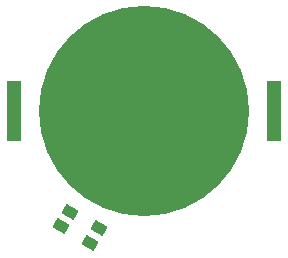
<source format=gbr>
%TF.GenerationSoftware,KiCad,Pcbnew,8.0.3*%
%TF.CreationDate,2024-11-08T22:06:30+02:00*%
%TF.ProjectId,Snowflake-Ornament,536e6f77-666c-4616-9b65-2d4f726e616d,rev?*%
%TF.SameCoordinates,Original*%
%TF.FileFunction,Soldermask,Bot*%
%TF.FilePolarity,Negative*%
%FSLAX46Y46*%
G04 Gerber Fmt 4.6, Leading zero omitted, Abs format (unit mm)*
G04 Created by KiCad (PCBNEW 8.0.3) date 2024-11-08 22:06:30*
%MOMM*%
%LPD*%
G01*
G04 APERTURE LIST*
G04 Aperture macros list*
%AMRotRect*
0 Rectangle, with rotation*
0 The origin of the aperture is its center*
0 $1 length*
0 $2 width*
0 $3 Rotation angle, in degrees counterclockwise*
0 Add horizontal line*
21,1,$1,$2,0,0,$3*%
G04 Aperture macros list end*
%ADD10RotRect,1.200000X0.900000X330.000000*%
%ADD11R,1.270000X5.080000*%
%ADD12C,17.800000*%
G04 APERTURE END LIST*
D10*
%TO.C,D2*%
X201975000Y-109795737D03*
X202700001Y-108540000D03*
X205124872Y-109940001D03*
X204399871Y-111195738D03*
%TD*%
D11*
%TO.C,BT1*%
X198000000Y-100000000D03*
X219970000Y-100000000D03*
D12*
X208985000Y-100000000D03*
%TD*%
M02*

</source>
